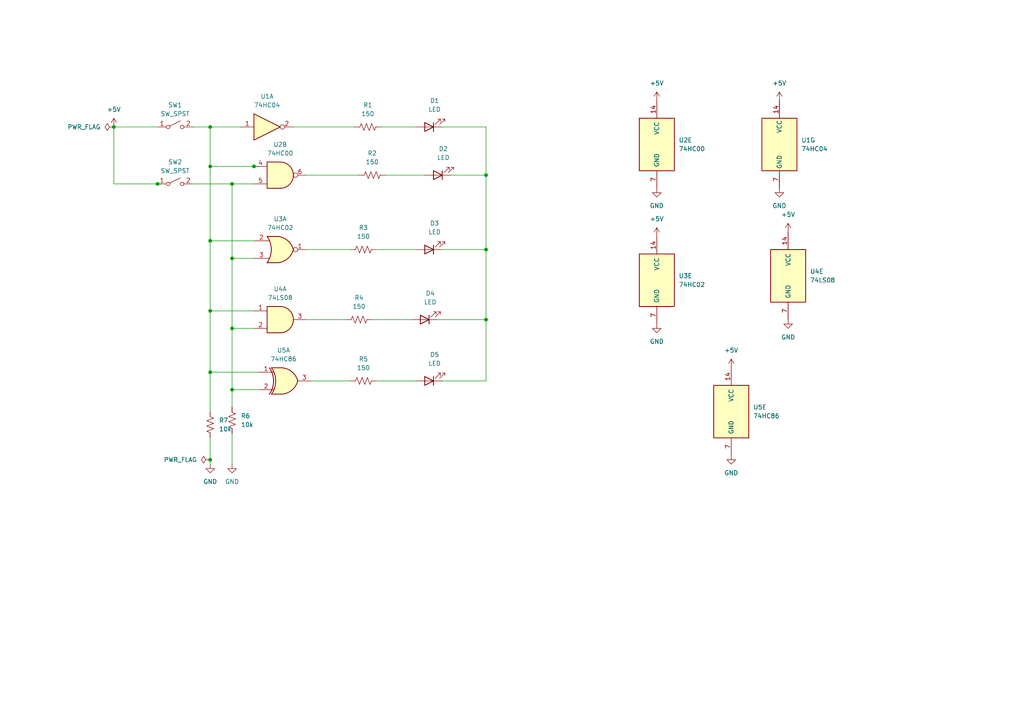
<source format=kicad_sch>
(kicad_sch (version 20230121) (generator eeschema)
  (paper "A4")
  (lib_symbols
    (symbol "74xx:74HC00" (pin_names (offset 1.016))
      (property "Reference" "U" (at 0 1.27 0))
      (property "Value" "74HC00" (at 0 -1.27 0))
      (symbol "74HC00_1_1"
        (arc (start 0 -3.81) (mid 3.7934 0) (end 0 3.81) (stroke (width 0.254)) (fill (type background)))
        (polyline (pts (xy 0 3.81) (xy -3.81 3.81) (xy -3.81 -3.81) (xy 0 -3.81)) (stroke (width 0.254)) (fill (type background)))
        (pin input line (at -7.62 2.54 0) (length 3.81) (name "~") (number "1"))
        (pin input line (at -7.62 -2.54 0) (length 3.81) (name "~") (number "2"))
        (pin output inverted (at 7.62 0 180) (length 3.81) (name "~") (number "3"))
      )
      (symbol "74HC00_1_2"
        (arc (start -3.81 -3.81) (mid -2.589 0) (end -3.81 3.81) (stroke (width 0.254)))
        (arc (start -0.6096 -3.81) (mid 2.1842 -2.5851) (end 3.81 0) (stroke (width 0.254)) (fill (type background)))
        (polyline (pts (xy -3.81 -3.81) (xy -0.635 -3.81)) (stroke (width 0.254)) (fill (type background)))
        (polyline (pts (xy -3.81 3.81) (xy -0.635 3.81)) (stroke (width 0.254)) (fill (type background)))
        (polyline (pts (xy -0.635 3.81) (xy -3.81 3.81) (xy -3.81 3.81) (xy -3.556 3.4036) (xy -3.0226 2.2606) (xy -2.6924 1.0414) (xy -2.6162 -0.254) (xy -2.7686 -1.4986) (xy -3.175 -2.7178) (xy -3.81 -3.81) (xy -3.81 -3.81) (xy -0.635 -3.81)) (stroke (width -25.4)) (fill (type background)))
        (arc (start 3.81 0) (mid 2.1915 2.5936) (end -0.6096 3.81) (stroke (width 0.254)) (fill (type background)))
        (pin input inverted (at -7.62 2.54 0) (length 4.318) (name "~") (number "1"))
        (pin input inverted (at -7.62 -2.54 0) (length 4.318) (name "~") (number "2"))
        (pin output line (at 7.62 0 180) (length 3.81) (name "~") (number "3"))
      )
      (symbol "74HC00_2_1"
        (arc (start 0 -3.81) (mid 3.7934 0) (end 0 3.81) (stroke (width 0.254)) (fill (type background)))
        (polyline (pts (xy 0 3.81) (xy -3.81 3.81) (xy -3.81 -3.81) (xy 0 -3.81)) (stroke (width 0.254)) (fill (type background)))
        (pin input line (at -7.62 2.54 0) (length 3.81) (name "~") (number "4"))
        (pin input line (at -7.62 -2.54 0) (length 3.81) (name "~") (number "5"))
        (pin output inverted (at 7.62 0 180) (length 3.81) (name "~") (number "6"))
      )
      (symbol "74HC00_2_2"
        (arc (start -3.81 -3.81) (mid -2.589 0) (end -3.81 3.81) (stroke (width 0.254)))
        (arc (start -0.6096 -3.81) (mid 2.1842 -2.5851) (end 3.81 0) (stroke (width 0.254)) (fill (type background)))
        (polyline (pts (xy -3.81 -3.81) (xy -0.635 -3.81)) (stroke (width 0.254)) (fill (type background)))
        (polyline (pts (xy -3.81 3.81) (xy -0.635 3.81)) (stroke (width 0.254)) (fill (type background)))
        (polyline (pts (xy -0.635 3.81) (xy -3.81 3.81) (xy -3.81 3.81) (xy -3.556 3.4036) (xy -3.0226 2.2606) (xy -2.6924 1.0414) (xy -2.6162 -0.254) (xy -2.7686 -1.4986) (xy -3.175 -2.7178) (xy -3.81 -3.81) (xy -3.81 -3.81) (xy -0.635 -3.81)) (stroke (width -25.4)) (fill (type background)))
        (arc (start 3.81 0) (mid 2.1915 2.5936) (end -0.6096 3.81) (stroke (width 0.254)) (fill (type background)))
        (pin input inverted (at -7.62 2.54 0) (length 4.318) (name "~") (number "4"))
        (pin input inverted (at -7.62 -2.54 0) (length 4.318) (name "~") (number "5"))
        (pin output line (at 7.62 0 180) (length 3.81) (name "~") (number "6"))
      )
      (symbol "74HC00_3_1"
        (arc (start 0 -3.81) (mid 3.7934 0) (end 0 3.81) (stroke (width 0.254)) (fill (type background)))
        (polyline (pts (xy 0 3.81) (xy -3.81 3.81) (xy -3.81 -3.81) (xy 0 -3.81)) (stroke (width 0.254)) (fill (type background)))
        (pin input line (at -7.62 -2.54 0) (length 3.81) (name "~") (number "10"))
        (pin output inverted (at 7.62 0 180) (length 3.81) (name "~") (number "8"))
        (pin input line (at -7.62 2.54 0) (length 3.81) (name "~") (number "9"))
      )
      (symbol "74HC00_3_2"
        (arc (start -3.81 -3.81) (mid -2.589 0) (end -3.81 3.81) (stroke (width 0.254)))
        (arc (start -0.6096 -3.81) (mid 2.1842 -2.5851) (end 3.81 0) (stroke (width 0.254)) (fill (type background)))
        (polyline (pts (xy -3.81 -3.81) (xy -0.635 -3.81)) (stroke (width 0.254)) (fill (type background)))
        (polyline (pts (xy -3.81 3.81) (xy -0.635 3.81)) (stroke (width 0.254)) (fill (type background)))
        (polyline (pts (xy -0.635 3.81) (xy -3.81 3.81) (xy -3.81 3.81) (xy -3.556 3.4036) (xy -3.0226 2.2606) (xy -2.6924 1.0414) (xy -2.6162 -0.254) (xy -2.7686 -1.4986) (xy -3.175 -2.7178) (xy -3.81 -3.81) (xy -3.81 -3.81) (xy -0.635 -3.81)) (stroke (width -25.4)) (fill (type background)))
        (arc (start 3.81 0) (mid 2.1915 2.5936) (end -0.6096 3.81) (stroke (width 0.254)) (fill (type background)))
        (pin input inverted (at -7.62 -2.54 0) (length 4.318) (name "~") (number "10"))
        (pin output line (at 7.62 0 180) (length 3.81) (name "~") (number "8"))
        (pin input inverted (at -7.62 2.54 0) (length 4.318) (name "~") (number "9"))
      )
      (symbol "74HC00_4_1"
        (arc (start 0 -3.81) (mid 3.7934 0) (end 0 3.81) (stroke (width 0.254)) (fill (type background)))
        (polyline (pts (xy 0 3.81) (xy -3.81 3.81) (xy -3.81 -3.81) (xy 0 -3.81)) (stroke (width 0.254)) (fill (type background)))
        (pin output inverted (at 7.62 0 180) (length 3.81) (name "~") (number "11"))
        (pin input line (at -7.62 2.54 0) (length 3.81) (name "~") (number "12"))
        (pin input line (at -7.62 -2.54 0) (length 3.81) (name "~") (number "13"))
      )
      (symbol "74HC00_4_2"
        (arc (start -3.81 -3.81) (mid -2.589 0) (end -3.81 3.81) (stroke (width 0.254)))
        (arc (start -0.6096 -3.81) (mid 2.1842 -2.5851) (end 3.81 0) (stroke (width 0.254)) (fill (type background)))
        (polyline (pts (xy -3.81 -3.81) (xy -0.635 -3.81)) (stroke (width 0.254)) (fill (type background)))
        (polyline (pts (xy -3.81 3.81) (xy -0.635 3.81)) (stroke (width 0.254)) (fill (type background)))
        (polyline (pts (xy -0.635 3.81) (xy -3.81 3.81) (xy -3.81 3.81) (xy -3.556 3.4036) (xy -3.0226 2.2606) (xy -2.6924 1.0414) (xy -2.6162 -0.254) (xy -2.7686 -1.4986) (xy -3.175 -2.7178) (xy -3.81 -3.81) (xy -3.81 -3.81) (xy -0.635 -3.81)) (stroke (width -25.4)) (fill (type background)))
        (arc (start 3.81 0) (mid 2.1915 2.5936) (end -0.6096 3.81) (stroke (width 0.254)) (fill (type background)))
        (pin output line (at 7.62 0 180) (length 3.81) (name "~") (number "11"))
        (pin input inverted (at -7.62 2.54 0) (length 4.318) (name "~") (number "12"))
        (pin input inverted (at -7.62 -2.54 0) (length 4.318) (name "~") (number "13"))
      )
      (symbol "74HC00_5_0"
        (pin power_in line (at 0 12.7 270) (length 5.08) (name "VCC") (number "14"))
        (pin power_in line (at 0 -12.7 90) (length 5.08) (name "GND") (number "7"))
      )
      (symbol "74HC00_5_1"
        (rectangle (start -5.08 7.62) (end 5.08 -7.62) (stroke (width 0.254)) (fill (type background)))
      )
    )
    (symbol "74xx:74HC02" (pin_names (offset 1.016))
      (property "Reference" "U" (at 0 1.27 0))
      (property "Value" "74HC02" (at 0 -1.27 0))
      (symbol "74HC02_1_1"
        (arc (start -3.81 -3.81) (mid -2.589 0) (end -3.81 3.81) (stroke (width 0.254)))
        (arc (start -0.6096 -3.81) (mid 2.1842 -2.5851) (end 3.81 0) (stroke (width 0.254)) (fill (type background)))
        (polyline (pts (xy -3.81 -3.81) (xy -0.635 -3.81)) (stroke (width 0.254)) (fill (type background)))
        (polyline (pts (xy -3.81 3.81) (xy -0.635 3.81)) (stroke (width 0.254)) (fill (type background)))
        (polyline (pts (xy -0.635 3.81) (xy -3.81 3.81) (xy -3.81 3.81) (xy -3.556 3.4036) (xy -3.0226 2.2606) (xy -2.6924 1.0414) (xy -2.6162 -0.254) (xy -2.7686 -1.4986) (xy -3.175 -2.7178) (xy -3.81 -3.81) (xy -3.81 -3.81) (xy -0.635 -3.81)) (stroke (width -25.4)) (fill (type background)))
        (arc (start 3.81 0) (mid 2.1915 2.5936) (end -0.6096 3.81) (stroke (width 0.254)) (fill (type background)))
        (pin output inverted (at 7.62 0 180) (length 3.81) (name "~") (number "1"))
        (pin input line (at -7.62 2.54 0) (length 4.318) (name "~") (number "2"))
        (pin input line (at -7.62 -2.54 0) (length 4.318) (name "~") (number "3"))
      )
      (symbol "74HC02_1_2"
        (arc (start 0 -3.81) (mid 3.7934 0) (end 0 3.81) (stroke (width 0.254)) (fill (type background)))
        (polyline (pts (xy 0 3.81) (xy -3.81 3.81) (xy -3.81 -3.81) (xy 0 -3.81)) (stroke (width 0.254)) (fill (type background)))
        (pin output line (at 7.62 0 180) (length 3.81) (name "~") (number "1"))
        (pin input inverted (at -7.62 2.54 0) (length 3.81) (name "~") (number "2"))
        (pin input inverted (at -7.62 -2.54 0) (length 3.81) (name "~") (number "3"))
      )
      (symbol "74HC02_2_1"
        (arc (start -3.81 -3.81) (mid -2.589 0) (end -3.81 3.81) (stroke (width 0.254)))
        (arc (start -0.6096 -3.81) (mid 2.1842 -2.5851) (end 3.81 0) (stroke (width 0.254)) (fill (type background)))
        (polyline (pts (xy -3.81 -3.81) (xy -0.635 -3.81)) (stroke (width 0.254)) (fill (type background)))
        (polyline (pts (xy -3.81 3.81) (xy -0.635 3.81)) (stroke (width 0.254)) (fill (type background)))
        (polyline (pts (xy -0.635 3.81) (xy -3.81 3.81) (xy -3.81 3.81) (xy -3.556 3.4036) (xy -3.0226 2.2606) (xy -2.6924 1.0414) (xy -2.6162 -0.254) (xy -2.7686 -1.4986) (xy -3.175 -2.7178) (xy -3.81 -3.81) (xy -3.81 -3.81) (xy -0.635 -3.81)) (stroke (width -25.4)) (fill (type background)))
        (arc (start 3.81 0) (mid 2.1915 2.5936) (end -0.6096 3.81) (stroke (width 0.254)) (fill (type background)))
        (pin output inverted (at 7.62 0 180) (length 3.81) (name "~") (number "4"))
        (pin input line (at -7.62 2.54 0) (length 4.318) (name "~") (number "5"))
        (pin input line (at -7.62 -2.54 0) (length 4.318) (name "~") (number "6"))
      )
      (symbol "74HC02_2_2"
        (arc (start 0 -3.81) (mid 3.7934 0) (end 0 3.81) (stroke (width 0.254)) (fill (type background)))
        (polyline (pts (xy 0 3.81) (xy -3.81 3.81) (xy -3.81 -3.81) (xy 0 -3.81)) (stroke (width 0.254)) (fill (type background)))
        (pin output line (at 7.62 0 180) (length 3.81) (name "~") (number "4"))
        (pin input inverted (at -7.62 2.54 0) (length 3.81) (name "~") (number "5"))
        (pin input inverted (at -7.62 -2.54 0) (length 3.81) (name "~") (number "6"))
      )
      (symbol "74HC02_3_1"
        (arc (start -3.81 -3.81) (mid -2.589 0) (end -3.81 3.81) (stroke (width 0.254)))
        (arc (start -0.6096 -3.81) (mid 2.1842 -2.5851) (end 3.81 0) (stroke (width 0.254)) (fill (type background)))
        (polyline (pts (xy -3.81 -3.81) (xy -0.635 -3.81)) (stroke (width 0.254)) (fill (type background)))
        (polyline (pts (xy -3.81 3.81) (xy -0.635 3.81)) (stroke (width 0.254)) (fill (type background)))
        (polyline (pts (xy -0.635 3.81) (xy -3.81 3.81) (xy -3.81 3.81) (xy -3.556 3.4036) (xy -3.0226 2.2606) (xy -2.6924 1.0414) (xy -2.6162 -0.254) (xy -2.7686 -1.4986) (xy -3.175 -2.7178) (xy -3.81 -3.81) (xy -3.81 -3.81) (xy -0.635 -3.81)) (stroke (width -25.4)) (fill (type background)))
        (arc (start 3.81 0) (mid 2.1915 2.5936) (end -0.6096 3.81) (stroke (width 0.254)) (fill (type background)))
        (pin output inverted (at 7.62 0 180) (length 3.81) (name "~") (number "10"))
        (pin input line (at -7.62 2.54 0) (length 4.318) (name "~") (number "8"))
        (pin input line (at -7.62 -2.54 0) (length 4.318) (name "~") (number "9"))
      )
      (symbol "74HC02_3_2"
        (arc (start 0 -3.81) (mid 3.7934 0) (end 0 3.81) (stroke (width 0.254)) (fill (type background)))
        (polyline (pts (xy 0 3.81) (xy -3.81 3.81) (xy -3.81 -3.81) (xy 0 -3.81)) (stroke (width 0.254)) (fill (type background)))
        (pin output line (at 7.62 0 180) (length 3.81) (name "~") (number "10"))
        (pin input inverted (at -7.62 2.54 0) (length 3.81) (name "~") (number "8"))
        (pin input inverted (at -7.62 -2.54 0) (length 3.81) (name "~") (number "9"))
      )
      (symbol "74HC02_4_1"
        (arc (start -3.81 -3.81) (mid -2.589 0) (end -3.81 3.81) (stroke (width 0.254)))
        (arc (start -0.6096 -3.81) (mid 2.1842 -2.5851) (end 3.81 0) (stroke (width 0.254)) (fill (type background)))
        (polyline (pts (xy -3.81 -3.81) (xy -0.635 -3.81)) (stroke (width 0.254)) (fill (type background)))
        (polyline (pts (xy -3.81 3.81) (xy -0.635 3.81)) (stroke (width 0.254)) (fill (type background)))
        (polyline (pts (xy -0.635 3.81) (xy -3.81 3.81) (xy -3.81 3.81) (xy -3.556 3.4036) (xy -3.0226 2.2606) (xy -2.6924 1.0414) (xy -2.6162 -0.254) (xy -2.7686 -1.4986) (xy -3.175 -2.7178) (xy -3.81 -3.81) (xy -3.81 -3.81) (xy -0.635 -3.81)) (stroke (width -25.4)) (fill (type background)))
        (arc (start 3.81 0) (mid 2.1915 2.5936) (end -0.6096 3.81) (stroke (width 0.254)) (fill (type background)))
        (pin input line (at -7.62 2.54 0) (length 4.318) (name "~") (number "11"))
        (pin input line (at -7.62 -2.54 0) (length 4.318) (name "~") (number "12"))
        (pin output inverted (at 7.62 0 180) (length 3.81) (name "~") (number "13"))
      )
      (symbol "74HC02_4_2"
        (arc (start 0 -3.81) (mid 3.7934 0) (end 0 3.81) (stroke (width 0.254)) (fill (type background)))
        (polyline (pts (xy 0 3.81) (xy -3.81 3.81) (xy -3.81 -3.81) (xy 0 -3.81)) (stroke (width 0.254)) (fill (type background)))
        (pin input inverted (at -7.62 2.54 0) (length 3.81) (name "~") (number "11"))
        (pin input inverted (at -7.62 -2.54 0) (length 3.81) (name "~") (number "12"))
        (pin output line (at 7.62 0 180) (length 3.81) (name "~") (number "13"))
      )
      (symbol "74HC02_5_0"
        (pin power_in line (at 0 12.7 270) (length 5.08) (name "VCC") (number "14"))
        (pin power_in line (at 0 -12.7 90) (length 5.08) (name "GND") (number "7"))
      )
      (symbol "74HC02_5_1"
        (rectangle (start -5.08 7.62) (end 5.08 -7.62) (stroke (width 0.254)) (fill (type background)))
      )
    )
    (symbol "74xx:74HC04"
      (property "Reference" "U" (at 0 1.27 0))
      (property "Value" "74HC04" (at 0 -1.27 0))
      (symbol "74HC04_1_0"
        (polyline (pts (xy -3.81 3.81) (xy -3.81 -3.81) (xy 3.81 0) (xy -3.81 3.81)) (stroke (width 0.254)) (fill (type background)))
        (pin input line (at -7.62 0 0) (length 3.81) (name "~") (number "1"))
        (pin output inverted (at 7.62 0 180) (length 3.81) (name "~") (number "2"))
      )
      (symbol "74HC04_2_0"
        (polyline (pts (xy -3.81 3.81) (xy -3.81 -3.81) (xy 3.81 0) (xy -3.81 3.81)) (stroke (width 0.254)) (fill (type background)))
        (pin input line (at -7.62 0 0) (length 3.81) (name "~") (number "3"))
        (pin output inverted (at 7.62 0 180) (length 3.81) (name "~") (number "4"))
      )
      (symbol "74HC04_3_0"
        (polyline (pts (xy -3.81 3.81) (xy -3.81 -3.81) (xy 3.81 0) (xy -3.81 3.81)) (stroke (width 0.254)) (fill (type background)))
        (pin input line (at -7.62 0 0) (length 3.81) (name "~") (number "5"))
        (pin output inverted (at 7.62 0 180) (length 3.81) (name "~") (number "6"))
      )
      (symbol "74HC04_4_0"
        (polyline (pts (xy -3.81 3.81) (xy -3.81 -3.81) (xy 3.81 0) (xy -3.81 3.81)) (stroke (width 0.254)) (fill (type background)))
        (pin output inverted (at 7.62 0 180) (length 3.81) (name "~") (number "8"))
        (pin input line (at -7.62 0 0) (length 3.81) (name "~") (number "9"))
      )
      (symbol "74HC04_5_0"
        (polyline (pts (xy -3.81 3.81) (xy -3.81 -3.81) (xy 3.81 0) (xy -3.81 3.81)) (stroke (width 0.254)) (fill (type background)))
        (pin output inverted (at 7.62 0 180) (length 3.81) (name "~") (number "10"))
        (pin input line (at -7.62 0 0) (length 3.81) (name "~") (number "11"))
      )
      (symbol "74HC04_6_0"
        (polyline (pts (xy -3.81 3.81) (xy -3.81 -3.81) (xy 3.81 0) (xy -3.81 3.81)) (stroke (width 0.254)) (fill (type background)))
        (pin output inverted (at 7.62 0 180) (length 3.81) (name "~") (number "12"))
        (pin input line (at -7.62 0 0) (length 3.81) (name "~") (number "13"))
      )
      (symbol "74HC04_7_0"
        (pin power_in line (at 0 12.7 270) (length 5.08) (name "VCC") (number "14"))
        (pin power_in line (at 0 -12.7 90) (length 5.08) (name "GND") (number "7"))
      )
      (symbol "74HC04_7_1"
        (rectangle (start -5.08 7.62) (end 5.08 -7.62) (stroke (width 0.254)) (fill (type background)))
      )
    )
    (symbol "74xx:74HC86" (pin_names (offset 1.016))
      (property "Reference" "U" (at 0 1.27 0))
      (property "Value" "74HC86" (at 0 -1.27 0))
      (symbol "74HC86_1_0"
        (arc (start -4.4196 -3.81) (mid -3.2033 0) (end -4.4196 3.81) (stroke (width 0.254)))
        (arc (start -3.81 -3.81) (mid -2.589 0) (end -3.81 3.81) (stroke (width 0.254)))
        (arc (start -0.6096 -3.81) (mid 2.1842 -2.5851) (end 3.81 0) (stroke (width 0.254)) (fill (type background)))
        (polyline (pts (xy -3.81 -3.81) (xy -0.635 -3.81)) (stroke (width 0.254)) (fill (type background)))
        (polyline (pts (xy -3.81 3.81) (xy -0.635 3.81)) (stroke (width 0.254)) (fill (type background)))
        (polyline (pts (xy -0.635 3.81) (xy -3.81 3.81) (xy -3.81 3.81) (xy -3.556 3.4036) (xy -3.0226 2.2606) (xy -2.6924 1.0414) (xy -2.6162 -0.254) (xy -2.7686 -1.4986) (xy -3.175 -2.7178) (xy -3.81 -3.81) (xy -3.81 -3.81) (xy -0.635 -3.81)) (stroke (width -25.4)) (fill (type background)))
        (arc (start 3.81 0) (mid 2.1915 2.5936) (end -0.6096 3.81) (stroke (width 0.254)) (fill (type background)))
        (pin input line (at -7.62 2.54 0) (length 4.445) (name "~") (number "1"))
        (pin input line (at -7.62 -2.54 0) (length 4.445) (name "~") (number "2"))
        (pin output line (at 7.62 0 180) (length 3.81) (name "~") (number "3"))
      )
      (symbol "74HC86_1_1"
        (polyline (pts (xy -3.81 -2.54) (xy -3.175 -2.54)) (stroke (width 0.1524)))
        (polyline (pts (xy -3.81 2.54) (xy -3.175 2.54)) (stroke (width 0.1524)))
      )
      (symbol "74HC86_2_0"
        (arc (start -4.4196 -3.81) (mid -3.2033 0) (end -4.4196 3.81) (stroke (width 0.254)))
        (arc (start -3.81 -3.81) (mid -2.589 0) (end -3.81 3.81) (stroke (width 0.254)))
        (arc (start -0.6096 -3.81) (mid 2.1842 -2.5851) (end 3.81 0) (stroke (width 0.254)) (fill (type background)))
        (polyline (pts (xy -3.81 -3.81) (xy -0.635 -3.81)) (stroke (width 0.254)) (fill (type background)))
        (polyline (pts (xy -3.81 3.81) (xy -0.635 3.81)) (stroke (width 0.254)) (fill (type background)))
        (polyline (pts (xy -0.635 3.81) (xy -3.81 3.81) (xy -3.81 3.81) (xy -3.556 3.4036) (xy -3.0226 2.2606) (xy -2.6924 1.0414) (xy -2.6162 -0.254) (xy -2.7686 -1.4986) (xy -3.175 -2.7178) (xy -3.81 -3.81) (xy -3.81 -3.81) (xy -0.635 -3.81)) (stroke (width -25.4)) (fill (type background)))
        (arc (start 3.81 0) (mid 2.1915 2.5936) (end -0.6096 3.81) (stroke (width 0.254)) (fill (type background)))
        (pin input line (at -7.62 2.54 0) (length 4.445) (name "~") (number "4"))
        (pin input line (at -7.62 -2.54 0) (length 4.445) (name "~") (number "5"))
        (pin output line (at 7.62 0 180) (length 3.81) (name "~") (number "6"))
      )
      (symbol "74HC86_2_1"
        (polyline (pts (xy -3.81 -2.54) (xy -3.175 -2.54)) (stroke (width 0.1524)))
        (polyline (pts (xy -3.81 2.54) (xy -3.175 2.54)) (stroke (width 0.1524)))
      )
      (symbol "74HC86_3_0"
        (arc (start -4.4196 -3.81) (mid -3.2033 0) (end -4.4196 3.81) (stroke (width 0.254)))
        (arc (start -3.81 -3.81) (mid -2.589 0) (end -3.81 3.81) (stroke (width 0.254)))
        (arc (start -0.6096 -3.81) (mid 2.1842 -2.5851) (end 3.81 0) (stroke (width 0.254)) (fill (type background)))
        (polyline (pts (xy -3.81 -3.81) (xy -0.635 -3.81)) (stroke (width 0.254)) (fill (type background)))
        (polyline (pts (xy -3.81 3.81) (xy -0.635 3.81)) (stroke (width 0.254)) (fill (type background)))
        (polyline (pts (xy -0.635 3.81) (xy -3.81 3.81) (xy -3.81 3.81) (xy -3.556 3.4036) (xy -3.0226 2.2606) (xy -2.6924 1.0414) (xy -2.6162 -0.254) (xy -2.7686 -1.4986) (xy -3.175 -2.7178) (xy -3.81 -3.81) (xy -3.81 -3.81) (xy -0.635 -3.81)) (stroke (width -25.4)) (fill (type background)))
        (arc (start 3.81 0) (mid 2.1915 2.5936) (end -0.6096 3.81) (stroke (width 0.254)) (fill (type background)))
        (pin input line (at -7.62 -2.54 0) (length 4.445) (name "~") (number "10"))
        (pin output line (at 7.62 0 180) (length 3.81) (name "~") (number "8"))
        (pin input line (at -7.62 2.54 0) (length 4.445) (name "~") (number "9"))
      )
      (symbol "74HC86_3_1"
        (polyline (pts (xy -3.81 -2.54) (xy -3.175 -2.54)) (stroke (width 0.1524)))
        (polyline (pts (xy -3.81 2.54) (xy -3.175 2.54)) (stroke (width 0.1524)))
      )
      (symbol "74HC86_4_0"
        (arc (start -4.4196 -3.81) (mid -3.2033 0) (end -4.4196 3.81) (stroke (width 0.254)))
        (arc (start -3.81 -3.81) (mid -2.589 0) (end -3.81 3.81) (stroke (width 0.254)))
        (arc (start -0.6096 -3.81) (mid 2.1842 -2.5851) (end 3.81 0) (stroke (width 0.254)) (fill (type background)))
        (polyline (pts (xy -3.81 -3.81) (xy -0.635 -3.81)) (stroke (width 0.254)) (fill (type background)))
        (polyline (pts (xy -3.81 3.81) (xy -0.635 3.81)) (stroke (width 0.254)) (fill (type background)))
        (polyline (pts (xy -0.635 3.81) (xy -3.81 3.81) (xy -3.81 3.81) (xy -3.556 3.4036) (xy -3.0226 2.2606) (xy -2.6924 1.0414) (xy -2.6162 -0.254) (xy -2.7686 -1.4986) (xy -3.175 -2.7178) (xy -3.81 -3.81) (xy -3.81 -3.81) (xy -0.635 -3.81)) (stroke (width -25.4)) (fill (type background)))
        (arc (start 3.81 0) (mid 2.1915 2.5936) (end -0.6096 3.81) (stroke (width 0.254)) (fill (type background)))
        (pin output line (at 7.62 0 180) (length 3.81) (name "~") (number "11"))
        (pin input line (at -7.62 2.54 0) (length 4.445) (name "~") (number "12"))
        (pin input line (at -7.62 -2.54 0) (length 4.445) (name "~") (number "13"))
      )
      (symbol "74HC86_4_1"
        (polyline (pts (xy -3.81 -2.54) (xy -3.175 -2.54)) (stroke (width 0.1524)))
        (polyline (pts (xy -3.81 2.54) (xy -3.175 2.54)) (stroke (width 0.1524)))
      )
      (symbol "74HC86_5_0"
        (pin power_in line (at 0 12.7 270) (length 5.08) (name "VCC") (number "14"))
        (pin power_in line (at 0 -12.7 90) (length 5.08) (name "GND") (number "7"))
      )
      (symbol "74HC86_5_1"
        (rectangle (start -5.08 7.62) (end 5.08 -7.62) (stroke (width 0.254)) (fill (type background)))
      )
    )
    (symbol "74xx:74LS08" (pin_names (offset 1.016))
      (property "Reference" "U" (at 0 1.27 0))
      (property "Value" "74LS08" (at 0 -1.27 0))
      (symbol "74LS08_1_1"
        (arc (start 0 -3.81) (mid 3.7934 0) (end 0 3.81) (stroke (width 0.254)) (fill (type background)))
        (polyline (pts (xy 0 3.81) (xy -3.81 3.81) (xy -3.81 -3.81) (xy 0 -3.81)) (stroke (width 0.254)) (fill (type background)))
        (pin input line (at -7.62 2.54 0) (length 3.81) (name "~") (number "1"))
        (pin input line (at -7.62 -2.54 0) (length 3.81) (name "~") (number "2"))
        (pin output line (at 7.62 0 180) (length 3.81) (name "~") (number "3"))
      )
      (symbol "74LS08_1_2"
        (arc (start -3.81 -3.81) (mid -2.589 0) (end -3.81 3.81) (stroke (width 0.254)))
        (arc (start -0.6096 -3.81) (mid 2.1842 -2.5851) (end 3.81 0) (stroke (width 0.254)) (fill (type background)))
        (polyline (pts (xy -3.81 -3.81) (xy -0.635 -3.81)) (stroke (width 0.254)) (fill (type background)))
        (polyline (pts (xy -3.81 3.81) (xy -0.635 3.81)) (stroke (width 0.254)) (fill (type background)))
        (polyline (pts (xy -0.635 3.81) (xy -3.81 3.81) (xy -3.81 3.81) (xy -3.556 3.4036) (xy -3.0226 2.2606) (xy -2.6924 1.0414) (xy -2.6162 -0.254) (xy -2.7686 -1.4986) (xy -3.175 -2.7178) (xy -3.81 -3.81) (xy -3.81 -3.81) (xy -0.635 -3.81)) (stroke (width -25.4)) (fill (type background)))
        (arc (start 3.81 0) (mid 2.1915 2.5936) (end -0.6096 3.81) (stroke (width 0.254)) (fill (type background)))
        (pin input inverted (at -7.62 2.54 0) (length 4.318) (name "~") (number "1"))
        (pin input inverted (at -7.62 -2.54 0) (length 4.318) (name "~") (number "2"))
        (pin output inverted (at 7.62 0 180) (length 3.81) (name "~") (number "3"))
      )
      (symbol "74LS08_2_1"
        (arc (start 0 -3.81) (mid 3.7934 0) (end 0 3.81) (stroke (width 0.254)) (fill (type background)))
        (polyline (pts (xy 0 3.81) (xy -3.81 3.81) (xy -3.81 -3.81) (xy 0 -3.81)) (stroke (width 0.254)) (fill (type background)))
        (pin input line (at -7.62 2.54 0) (length 3.81) (name "~") (number "4"))
        (pin input line (at -7.62 -2.54 0) (length 3.81) (name "~") (number "5"))
        (pin output line (at 7.62 0 180) (length 3.81) (name "~") (number "6"))
      )
      (symbol "74LS08_2_2"
        (arc (start -3.81 -3.81) (mid -2.589 0) (end -3.81 3.81) (stroke (width 0.254)))
        (arc (start -0.6096 -3.81) (mid 2.1842 -2.5851) (end 3.81 0) (stroke (width 0.254)) (fill (type background)))
        (polyline (pts (xy -3.81 -3.81) (xy -0.635 -3.81)) (stroke (width 0.254)) (fill (type background)))
        (polyline (pts (xy -3.81 3.81) (xy -0.635 3.81)) (stroke (width 0.254)) (fill (type background)))
        (polyline (pts (xy -0.635 3.81) (xy -3.81 3.81) (xy -3.81 3.81) (xy -3.556 3.4036) (xy -3.0226 2.2606) (xy -2.6924 1.0414) (xy -2.6162 -0.254) (xy -2.7686 -1.4986) (xy -3.175 -2.7178) (xy -3.81 -3.81) (xy -3.81 -3.81) (xy -0.635 -3.81)) (stroke (width -25.4)) (fill (type background)))
        (arc (start 3.81 0) (mid 2.1915 2.5936) (end -0.6096 3.81) (stroke (width 0.254)) (fill (type background)))
        (pin input inverted (at -7.62 2.54 0) (length 4.318) (name "~") (number "4"))
        (pin input inverted (at -7.62 -2.54 0) (length 4.318) (name "~") (number "5"))
        (pin output inverted (at 7.62 0 180) (length 3.81) (name "~") (number "6"))
      )
      (symbol "74LS08_3_1"
        (arc (start 0 -3.81) (mid 3.7934 0) (end 0 3.81) (stroke (width 0.254)) (fill (type background)))
        (polyline (pts (xy 0 3.81) (xy -3.81 3.81) (xy -3.81 -3.81) (xy 0 -3.81)) (stroke (width 0.254)) (fill (type background)))
        (pin input line (at -7.62 -2.54 0) (length 3.81) (name "~") (number "10"))
        (pin output line (at 7.62 0 180) (length 3.81) (name "~") (number "8"))
        (pin input line (at -7.62 2.54 0) (length 3.81) (name "~") (number "9"))
      )
      (symbol "74LS08_3_2"
        (arc (start -3.81 -3.81) (mid -2.589 0) (end -3.81 3.81) (stroke (width 0.254)))
        (arc (start -0.6096 -3.81) (mid 2.1842 -2.5851) (end 3.81 0) (stroke (width 0.254)) (fill (type background)))
        (polyline (pts (xy -3.81 -3.81) (xy -0.635 -3.81)) (stroke (width 0.254)) (fill (type background)))
        (polyline (pts (xy -3.81 3.81) (xy -0.635 3.81)) (stroke (width 0.254)) (fill (type background)))
        (polyline (pts (xy -0.635 3.81) (xy -3.81 3.81) (xy -3.81 3.81) (xy -3.556 3.4036) (xy -3.0226 2.2606) (xy -2.6924 1.0414) (xy -2.6162 -0.254) (xy -2.7686 -1.4986) (xy -3.175 -2.7178) (xy -3.81 -3.81) (xy -3.81 -3.81) (xy -0.635 -3.81)) (stroke (width -25.4)) (fill (type background)))
        (arc (start 3.81 0) (mid 2.1915 2.5936) (end -0.6096 3.81) (stroke (width 0.254)) (fill (type background)))
        (pin input inverted (at -7.62 -2.54 0) (length 4.318) (name "~") (number "10"))
        (pin output inverted (at 7.62 0 180) (length 3.81) (name "~") (number "8"))
        (pin input inverted (at -7.62 2.54 0) (length 4.318) (name "~") (number "9"))
      )
      (symbol "74LS08_4_1"
        (arc (start 0 -3.81) (mid 3.7934 0) (end 0 3.81) (stroke (width 0.254)) (fill (type background)))
        (polyline (pts (xy 0 3.81) (xy -3.81 3.81) (xy -3.81 -3.81) (xy 0 -3.81)) (stroke (width 0.254)) (fill (type background)))
        (pin output line (at 7.62 0 180) (length 3.81) (name "~") (number "11"))
        (pin input line (at -7.62 2.54 0) (length 3.81) (name "~") (number "12"))
        (pin input line (at -7.62 -2.54 0) (length 3.81) (name "~") (number "13"))
      )
      (symbol "74LS08_4_2"
        (arc (start -3.81 -3.81) (mid -2.589 0) (end -3.81 3.81) (stroke (width 0.254)))
        (arc (start -0.6096 -3.81) (mid 2.1842 -2.5851) (end 3.81 0) (stroke (width 0.254)) (fill (type background)))
        (polyline (pts (xy -3.81 -3.81) (xy -0.635 -3.81)) (stroke (width 0.254)) (fill (type background)))
        (polyline (pts (xy -3.81 3.81) (xy -0.635 3.81)) (stroke (width 0.254)) (fill (type background)))
        (polyline (pts (xy -0.635 3.81) (xy -3.81 3.81) (xy -3.81 3.81) (xy -3.556 3.4036) (xy -3.0226 2.2606) (xy -2.6924 1.0414) (xy -2.6162 -0.254) (xy -2.7686 -1.4986) (xy -3.175 -2.7178) (xy -3.81 -3.81) (xy -3.81 -3.81) (xy -0.635 -3.81)) (stroke (width -25.4)) (fill (type background)))
        (arc (start 3.81 0) (mid 2.1915 2.5936) (end -0.6096 3.81) (stroke (width 0.254)) (fill (type background)))
        (pin output inverted (at 7.62 0 180) (length 3.81) (name "~") (number "11"))
        (pin input inverted (at -7.62 2.54 0) (length 4.318) (name "~") (number "12"))
        (pin input inverted (at -7.62 -2.54 0) (length 4.318) (name "~") (number "13"))
      )
      (symbol "74LS08_5_0"
        (pin power_in line (at 0 12.7 270) (length 5.08) (name "VCC") (number "14"))
        (pin power_in line (at 0 -12.7 90) (length 5.08) (name "GND") (number "7"))
      )
      (symbol "74LS08_5_1"
        (rectangle (start -5.08 7.62) (end 5.08 -7.62) (stroke (width 0.254)) (fill (type background)))
      )
    )
    (symbol "Device:LED" (pin_numbers hide) (pin_names (offset 1.016) hide)
      (property "Reference" "D" (at 0 2.54 0))
      (property "Value" "LED" (at 0 -2.54 0))
      (symbol "LED_0_1"
        (polyline (pts (xy -1.27 -1.27) (xy -1.27 1.27)) (stroke (width 0.254)))
        (polyline (pts (xy -1.27 0) (xy 1.27 0)))
        (polyline (pts (xy 1.27 -1.27) (xy 1.27 1.27) (xy -1.27 0) (xy 1.27 -1.27)) (stroke (width 0.254)))
        (polyline (pts (xy -3.048 -0.762) (xy -4.572 -2.286) (xy -3.81 -2.286) (xy -4.572 -2.286) (xy -4.572 -1.524)))
        (polyline (pts (xy -1.778 -0.762) (xy -3.302 -2.286) (xy -2.54 -2.286) (xy -3.302 -2.286) (xy -3.302 -1.524)))
      )
      (symbol "LED_1_1"
        (pin passive line (at -3.81 0 0) (length 2.54) (name "K") (number "1"))
        (pin passive line (at 3.81 0 180) (length 2.54) (name "A") (number "2"))
      )
    )
    (symbol "Device:R_US" (pin_numbers hide) (pin_names (offset 0))
      (property "Reference" "R" (at 2.54 0 90))
      (property "Value" "R_US" (at -2.54 0 90))
      (symbol "R_US_0_1"
        (polyline (pts (xy 0 -2.286) (xy 0 -2.54)))
        (polyline (pts (xy 0 2.286) (xy 0 2.54)))
        (polyline (pts (xy 0 -0.762) (xy 1.016 -1.143) (xy 0 -1.524) (xy -1.016 -1.905) (xy 0 -2.286)))
        (polyline (pts (xy 0 0.762) (xy 1.016 0.381) (xy 0 0) (xy -1.016 -0.381) (xy 0 -0.762)))
        (polyline (pts (xy 0 2.286) (xy 1.016 1.905) (xy 0 1.524) (xy -1.016 1.143) (xy 0 0.762)))
      )
      (symbol "R_US_1_1"
        (pin passive line (at 0 3.81 270) (length 1.27) (name "~") (number "1"))
        (pin passive line (at 0 -3.81 90) (length 1.27) (name "~") (number "2"))
      )
    )
    (symbol "Switch:SW_SPST" (pin_names (offset 0) hide)
      (property "Reference" "SW" (at 0 3.175 0))
      (property "Value" "SW_SPST" (at 0 -2.54 0))
      (symbol "SW_SPST_0_0"
        (circle (center -2.032 0) (radius 0.508))
        (polyline (pts (xy -1.524 0.254) (xy 1.524 1.778)))
        (circle (center 2.032 0) (radius 0.508))
      )
      (symbol "SW_SPST_1_1"
        (pin passive line (at -5.08 0 0) (length 2.54) (name "A") (number "1"))
        (pin passive line (at 5.08 0 180) (length 2.54) (name "B") (number "2"))
      )
    )
    (symbol "power:+5V" (power) (pin_names (offset 0))
      (property "Value" "+5V" (at 0 3.556 0))
      (symbol "+5V_0_1"
        (polyline (pts (xy -0.762 1.27) (xy 0 2.54)))
        (polyline (pts (xy 0 0) (xy 0 2.54)))
        (polyline (pts (xy 0 2.54) (xy 0.762 1.27)))
      )
      (symbol "+5V_1_1"
        (pin power_in line (at 0 0 90) (length 0) hide (name "+5V") (number "1"))
      )
    )
    (symbol "power:GND" (power) (pin_names (offset 0))
      (property "Value" "GND" (at 0 -3.81 0))
      (symbol "GND_0_1"
        (polyline (pts (xy 0 0) (xy 0 -1.27) (xy 1.27 -1.27) (xy 0 -2.54) (xy -1.27 -1.27) (xy 0 -1.27)))
      )
      (symbol "GND_1_1"
        (pin power_in line (at 0 0 270) (length 0) hide (name "GND") (number "1"))
      )
    )
    (symbol "power:PWR_FLAG" (power) (pin_numbers hide) (pin_names (offset 0) hide)
      (property "Value" "PWR_FLAG" (at 0 3.81 0))
      (symbol "PWR_FLAG_0_0"
        (pin power_out line (at 0 0 90) (length 0) (name "pwr") (number "1"))
      )
      (symbol "PWR_FLAG_0_1"
        (polyline (pts (xy 0 0) (xy 0 1.27) (xy -1.016 1.905) (xy 0 2.54) (xy 1.016 1.905) (xy 0 1.27)))
      )
    )
  )
  (junction (at 45.72 53.34))
  (junction (at 60.96 107.95))
  (junction (at 33.02 36.83))
  (junction (at 60.96 36.83))
  (junction (at 67.31 53.34))
  (junction (at 60.96 90.17))
  (junction (at 67.31 113.03))
  (junction (at 140.97 72.39))
  (junction (at 140.97 92.71))
  (junction (at 73.66 48.26))
  (junction (at 67.31 74.93))
  (junction (at 60.96 48.26))
  (junction (at 67.31 95.25))
  (junction (at 60.96 69.85))
  (junction (at 140.97 50.8))
  (junction (at 60.96 133.35))
  (wire (pts (xy 109.22 72.39) (xy 120.65 72.39)))
  (wire (pts (xy 140.97 50.8) (xy 140.97 72.39)))
  (wire (pts (xy 60.96 69.85) (xy 73.66 69.85)))
  (wire (pts (xy 140.97 36.83) (xy 140.97 50.8)))
  (wire (pts (xy 67.31 53.34) (xy 67.31 74.93)))
  (wire (pts (xy 67.31 74.93) (xy 67.31 95.25)))
  (wire (pts (xy 74.93 48.26) (xy 73.66 48.26)))
  (wire (pts (xy 128.27 110.49) (xy 140.97 110.49)))
  (wire (pts (xy 33.02 53.34) (xy 45.72 53.34)))
  (wire (pts (xy 110.49 36.83) (xy 120.65 36.83)))
  (wire (pts (xy 85.09 36.83) (xy 102.87 36.83)))
  (wire (pts (xy 55.88 53.34) (xy 67.31 53.34)))
  (wire (pts (xy 88.9 92.71) (xy 100.33 92.71)))
  (wire (pts (xy 107.95 92.71) (xy 119.38 92.71)))
  (wire (pts (xy 60.96 107.95) (xy 74.93 107.95)))
  (wire (pts (xy 60.96 127) (xy 60.96 133.35)))
  (wire (pts (xy 88.9 50.8) (xy 104.14 50.8)))
  (wire (pts (xy 67.31 113.03) (xy 74.93 113.03)))
  (wire (pts (xy 140.97 92.71) (xy 127 92.71)))
  (wire (pts (xy 60.96 48.26) (xy 60.96 69.85)))
  (wire (pts (xy 67.31 95.25) (xy 73.66 95.25)))
  (wire (pts (xy 90.17 110.49) (xy 101.6 110.49)))
  (wire (pts (xy 67.31 125.73) (xy 67.31 134.62)))
  (wire (pts (xy 33.02 36.83) (xy 45.72 36.83)))
  (wire (pts (xy 60.96 90.17) (xy 60.96 107.95)))
  (wire (pts (xy 67.31 113.03) (xy 67.31 118.11)))
  (wire (pts (xy 128.27 72.39) (xy 140.97 72.39)))
  (wire (pts (xy 60.96 90.17) (xy 73.66 90.17)))
  (wire (pts (xy 60.96 48.26) (xy 73.66 48.26)))
  (wire (pts (xy 33.02 53.34) (xy 33.02 36.83)))
  (wire (pts (xy 88.9 72.39) (xy 101.6 72.39)))
  (wire (pts (xy 60.96 133.35) (xy 60.96 134.62)))
  (wire (pts (xy 60.96 69.85) (xy 60.96 90.17)))
  (wire (pts (xy 45.72 53.34) (xy 46.99 53.34)))
  (wire (pts (xy 140.97 110.49) (xy 140.97 92.71)))
  (wire (pts (xy 60.96 107.95) (xy 60.96 119.38)))
  (wire (pts (xy 60.96 36.83) (xy 69.85 36.83)))
  (wire (pts (xy 67.31 95.25) (xy 67.31 113.03)))
  (wire (pts (xy 109.22 110.49) (xy 120.65 110.49)))
  (wire (pts (xy 67.31 74.93) (xy 73.66 74.93)))
  (wire (pts (xy 128.27 36.83) (xy 140.97 36.83)))
  (wire (pts (xy 67.31 53.34) (xy 73.66 53.34)))
  (wire (pts (xy 60.96 48.26) (xy 60.96 36.83)))
  (wire (pts (xy 111.76 50.8) (xy 123.19 50.8)))
  (wire (pts (xy 130.81 50.8) (xy 140.97 50.8)))
  (wire (pts (xy 55.88 36.83) (xy 60.96 36.83)))
  (wire (pts (xy 140.97 72.39) (xy 140.97 92.71)))
  (symbol (lib_id "Device:LED") (at 127 50.8 180) (unit 1)
    (property "Reference" "D2" (at 128.5875 43.18 0))
    (property "Value" "LED" (at 128.5875 45.72 0))
  )
  (symbol (lib_id "Device:R_US") (at 107.95 50.8 90) (unit 1)
    (property "Reference" "R2" (at 107.95 44.45 90))
    (property "Value" "150" (at 107.95 46.99 90))
  )
  (symbol (lib_id "Device:LED") (at 124.46 110.49 180) (unit 1)
    (property "Reference" "D5" (at 126.0475 102.87 0))
    (property "Value" "LED" (at 126.0475 105.41 0))
  )
  (symbol (lib_id "power:GND") (at 228.6 92.71 0) (unit 1)
    (property "Reference" "#PWR012" (effects hide))
    (property "Value" "GND" (at 228.6 97.79 0))
  )
  (symbol (lib_id "Switch:SW_SPST") (at 50.8 53.34 0) (unit 1)
    (property "Reference" "SW2" (at 50.8 46.99 0))
    (property "Value" "SW_SPST" (at 50.8 49.53 0))
  )
  (symbol (lib_id "Device:LED") (at 124.46 36.83 180) (unit 1)
    (property "Reference" "D1" (at 126.0475 29.21 0))
    (property "Value" "LED" (at 126.0475 31.75 0))
  )
  (symbol (lib_id "Device:R_US") (at 105.41 72.39 90) (unit 1)
    (property "Reference" "R3" (at 105.41 66.04 90))
    (property "Value" "150" (at 105.41 68.58 90))
  )
  (symbol (lib_id "74xx:74HC02") (at 190.5 81.28 0) (unit 5)
    (property "Reference" "U3" (at 196.85 80.01 0) (effects (justify left)))
    (property "Value" "74HC02" (at 196.85 82.55 0) (effects (justify left)))
    (property "Datasheet" "http://www.ti.com/lit/gpn/sn74hc02" (effects hide))
  )
  (symbol (lib_id "power:GND") (at 226.06 54.61 0) (unit 1)
    (property "Reference" "#PWR010" (effects hide))
    (property "Value" "GND" (at 226.06 59.69 0))
  )
  (symbol (lib_id "74xx:74HC02") (at 81.28 72.39 0) (unit 1)
    (property "Reference" "U3" (at 81.28 63.5 0))
    (property "Value" "74HC02" (at 81.28 66.04 0))
    (property "Datasheet" "http://www.ti.com/lit/gpn/sn74hc02" (effects hide))
  )
  (symbol (lib_id "power:+5V") (at 228.6 67.31 0) (unit 1)
    (property "Reference" "#PWR07" (effects hide))
    (property "Value" "+5V" (at 228.6 62.23 0))
  )
  (symbol (lib_id "power:GND") (at 212.09 132.08 0) (unit 1)
    (property "Reference" "#PWR013" (effects hide))
    (property "Value" "GND" (at 212.09 137.16 0))
  )
  (symbol (lib_id "power:GND") (at 190.5 54.61 0) (unit 1)
    (property "Reference" "#PWR09" (effects hide))
    (property "Value" "GND" (at 190.5 59.69 0))
  )
  (symbol (lib_id "power:+5V") (at 212.09 106.68 0) (unit 1)
    (property "Reference" "#PWR08" (effects hide))
    (property "Value" "+5V" (at 212.09 101.6 0))
  )
  (symbol (lib_id "Device:R_US") (at 105.41 110.49 270) (unit 1)
    (property "Reference" "R5" (at 105.41 104.14 90))
    (property "Value" "150" (at 105.41 106.68 90))
  )
  (symbol (lib_id "74xx:74HC86") (at 212.09 119.38 0) (unit 5)
    (property "Reference" "U5" (at 218.44 118.11 0) (effects (justify left)))
    (property "Value" "74HC86" (at 218.44 120.65 0) (effects (justify left)))
    (property "Datasheet" "http://www.ti.com/lit/gpn/sn74HC86" (effects hide))
  )
  (symbol (lib_id "power:GND") (at 60.96 134.62 0) (unit 1)
    (property "Reference" "#PWR03" (effects hide))
    (property "Value" "GND" (at 60.96 139.7 0))
  )
  (symbol (lib_id "74xx:74HC00") (at 190.5 41.91 0) (unit 5)
    (property "Reference" "U2" (at 196.85 40.64 0) (effects (justify left)))
    (property "Value" "74HC00" (at 196.85 43.18 0) (effects (justify left)))
    (property "Datasheet" "http://www.ti.com/lit/gpn/sn74hc00" (effects hide))
  )
  (symbol (lib_id "power:PWR_FLAG") (at 60.96 133.35 90) (unit 1)
    (property "Reference" "#FLG02" (effects hide))
    (property "Value" "PWR_FLAG" (at 57.15 133.35 90) (effects (justify left)))
  )
  (symbol (lib_id "power:+5V") (at 190.5 68.58 0) (unit 1)
    (property "Reference" "#PWR06" (effects hide))
    (property "Value" "+5V" (at 190.5 63.5 0))
  )
  (symbol (lib_id "Device:R_US") (at 104.14 92.71 270) (unit 1)
    (property "Reference" "R4" (at 104.14 86.36 90))
    (property "Value" "150" (at 104.14 88.9 90))
  )
  (symbol (lib_id "power:PWR_FLAG") (at 33.02 36.83 90) (unit 1)
    (property "Reference" "#FLG01" (effects hide))
    (property "Value" "PWR_FLAG" (at 29.21 36.83 90) (effects (justify left)))
  )
  (symbol (lib_id "power:GND") (at 190.5 93.98 0) (unit 1)
    (property "Reference" "#PWR011" (effects hide))
    (property "Value" "GND" (at 190.5 99.06 0))
  )
  (symbol (lib_id "74xx:74HC00") (at 81.28 50.8 0) (unit 2)
    (property "Reference" "U2" (at 81.2717 41.91 0))
    (property "Value" "74HC00" (at 81.2717 44.45 0))
    (property "Datasheet" "http://www.ti.com/lit/gpn/sn74hc00" (effects hide))
  )
  (symbol (lib_id "power:+5V") (at 190.5 29.21 0) (unit 1)
    (property "Reference" "#PWR04" (effects hide))
    (property "Value" "+5V" (at 190.5 24.13 0))
  )
  (symbol (lib_id "Device:LED") (at 123.19 92.71 180) (unit 1)
    (property "Reference" "D4" (at 124.7775 85.09 0))
    (property "Value" "LED" (at 124.7775 87.63 0))
  )
  (symbol (lib_id "74xx:74LS08") (at 81.28 92.71 0) (unit 1)
    (property "Reference" "U4" (at 81.2717 83.82 0))
    (property "Value" "74LS08" (at 81.2717 86.36 0))
    (property "Datasheet" "http://www.ti.com/lit/gpn/sn74LS08" (effects hide))
  )
  (symbol (lib_id "74xx:74HC86") (at 82.55 110.49 0) (unit 1)
    (property "Reference" "U5" (at 82.2452 101.6 0))
    (property "Value" "74HC86" (at 82.2452 104.14 0))
    (property "Datasheet" "http://www.ti.com/lit/gpn/sn74HC86" (effects hide))
  )
  (symbol (lib_id "Device:LED") (at 124.46 72.39 180) (unit 1)
    (property "Reference" "D3" (at 126.0475 64.77 0))
    (property "Value" "LED" (at 126.0475 67.31 0))
  )
  (symbol (lib_id "Switch:SW_SPST") (at 50.8 36.83 0) (unit 1)
    (property "Reference" "SW1" (at 50.8 30.48 0))
    (property "Value" "SW_SPST" (at 50.8 33.02 0))
  )
  (symbol (lib_id "Device:R_US") (at 60.96 123.19 0) (unit 1)
    (property "Reference" "R7" (at 63.5 121.92 0) (effects (justify left)))
    (property "Value" "10k" (at 63.5 124.46 0) (effects (justify left)))
  )
  (symbol (lib_id "Device:R_US") (at 106.68 36.83 90) (unit 1)
    (property "Reference" "R1" (at 106.68 30.48 90))
    (property "Value" "150" (at 106.68 33.02 90))
  )
  (symbol (lib_id "74xx:74HC04") (at 226.06 41.91 0) (unit 7)
    (property "Reference" "U1" (at 232.41 40.64 0) (effects (justify left)))
    (property "Value" "74HC04" (at 232.41 43.18 0) (effects (justify left)))
    (property "Datasheet" "https://assets.nexperia.com/documents/data-sheet/74HC_HCT04.pdf" (effects hide))
  )
  (symbol (lib_id "74xx:74HC04") (at 77.47 36.83 0) (unit 1)
    (property "Reference" "U1" (at 77.47 27.94 0))
    (property "Value" "74HC04" (at 77.47 30.48 0))
    (property "Datasheet" "https://assets.nexperia.com/documents/data-sheet/74HC_HCT04.pdf" (effects hide))
  )
  (symbol (lib_id "power:+5V") (at 226.06 29.21 0) (unit 1)
    (property "Reference" "#PWR05" (effects hide))
    (property "Value" "+5V" (at 226.06 24.13 0))
  )
  (symbol (lib_id "power:GND") (at 67.31 134.62 0) (unit 1)
    (property "Reference" "#PWR02" (effects hide))
    (property "Value" "GND" (at 67.31 139.7 0))
  )
  (symbol (lib_id "power:+5V") (at 33.02 36.83 0) (unit 1)
    (property "Reference" "#PWR01" (effects hide))
    (property "Value" "+5V" (at 33.02 31.75 0))
  )
  (symbol (lib_id "74xx:74LS08") (at 228.6 80.01 0) (unit 5)
    (property "Reference" "U4" (at 234.95 78.74 0) (effects (justify left)))
    (property "Value" "74LS08" (at 234.95 81.28 0) (effects (justify left)))
    (property "Datasheet" "http://www.ti.com/lit/gpn/sn74LS08" (effects hide))
  )
  (symbol (lib_id "Device:R_US") (at 67.31 121.92 0) (unit 1)
    (property "Reference" "R6" (at 69.85 120.65 0) (effects (justify left)))
    (property "Value" "10k" (at 69.85 123.19 0) (effects (justify left)))
  )
)
</source>
